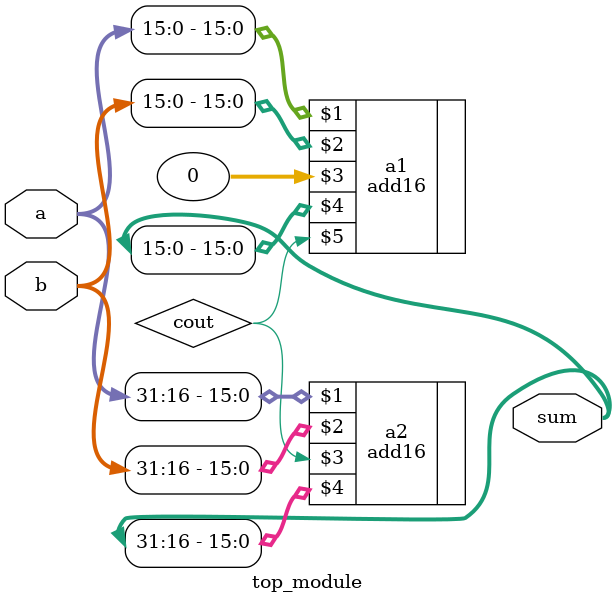
<source format=v>
module top_module(
    input [31:0] a,b,
    output [31:0] sum
);
    wire cout;
    
    add16 a1(a[15:0],b[15:0],0,sum[15:0],cout);
    add16 a2(a[31:16],b[31:16],cout,sum[31:16]);

endmodule

</source>
